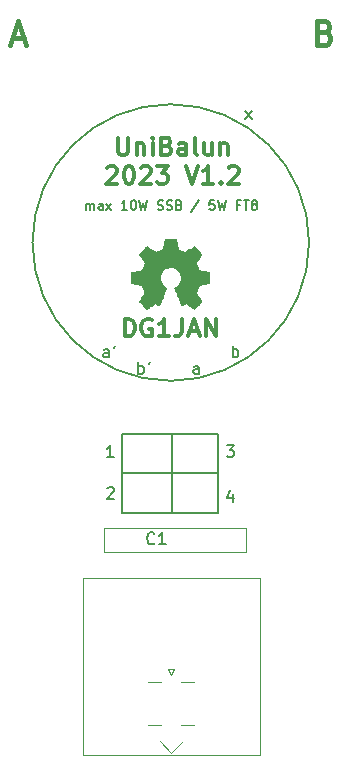
<source format=gbr>
%TF.GenerationSoftware,KiCad,Pcbnew,6.0.2+dfsg-1*%
%TF.CreationDate,2023-02-03T10:11:00+01:00*%
%TF.ProjectId,UniBalun1.2,556e6942-616c-4756-9e31-2e322e6b6963,rev?*%
%TF.SameCoordinates,Original*%
%TF.FileFunction,Legend,Top*%
%TF.FilePolarity,Positive*%
%FSLAX46Y46*%
G04 Gerber Fmt 4.6, Leading zero omitted, Abs format (unit mm)*
G04 Created by KiCad (PCBNEW 6.0.2+dfsg-1) date 2023-02-03 10:11:00*
%MOMM*%
%LPD*%
G01*
G04 APERTURE LIST*
%ADD10C,0.400000*%
%ADD11C,0.200000*%
%ADD12C,0.300000*%
%ADD13C,0.150000*%
%ADD14C,0.120000*%
%ADD15C,0.010000*%
G04 APERTURE END LIST*
D10*
X130571857Y-47736142D02*
X130857571Y-47831380D01*
X130952809Y-47926619D01*
X131048047Y-48117095D01*
X131048047Y-48402809D01*
X130952809Y-48593285D01*
X130857571Y-48688523D01*
X130667095Y-48783761D01*
X129905190Y-48783761D01*
X129905190Y-46783761D01*
X130571857Y-46783761D01*
X130762333Y-46879000D01*
X130857571Y-46974238D01*
X130952809Y-47164714D01*
X130952809Y-47355190D01*
X130857571Y-47545666D01*
X130762333Y-47640904D01*
X130571857Y-47736142D01*
X129905190Y-47736142D01*
D11*
X110380952Y-62761904D02*
X110380952Y-62228571D01*
X110380952Y-62304761D02*
X110419047Y-62266666D01*
X110495238Y-62228571D01*
X110609523Y-62228571D01*
X110685714Y-62266666D01*
X110723809Y-62342857D01*
X110723809Y-62761904D01*
X110723809Y-62342857D02*
X110761904Y-62266666D01*
X110838095Y-62228571D01*
X110952380Y-62228571D01*
X111028571Y-62266666D01*
X111066666Y-62342857D01*
X111066666Y-62761904D01*
X111790476Y-62761904D02*
X111790476Y-62342857D01*
X111752380Y-62266666D01*
X111676190Y-62228571D01*
X111523809Y-62228571D01*
X111447619Y-62266666D01*
X111790476Y-62723809D02*
X111714285Y-62761904D01*
X111523809Y-62761904D01*
X111447619Y-62723809D01*
X111409523Y-62647619D01*
X111409523Y-62571428D01*
X111447619Y-62495238D01*
X111523809Y-62457142D01*
X111714285Y-62457142D01*
X111790476Y-62419047D01*
X112095238Y-62761904D02*
X112514285Y-62228571D01*
X112095238Y-62228571D02*
X112514285Y-62761904D01*
X113847619Y-62761904D02*
X113390476Y-62761904D01*
X113619047Y-62761904D02*
X113619047Y-61961904D01*
X113542857Y-62076190D01*
X113466666Y-62152380D01*
X113390476Y-62190476D01*
X114342857Y-61961904D02*
X114419047Y-61961904D01*
X114495238Y-62000000D01*
X114533333Y-62038095D01*
X114571428Y-62114285D01*
X114609523Y-62266666D01*
X114609523Y-62457142D01*
X114571428Y-62609523D01*
X114533333Y-62685714D01*
X114495238Y-62723809D01*
X114419047Y-62761904D01*
X114342857Y-62761904D01*
X114266666Y-62723809D01*
X114228571Y-62685714D01*
X114190476Y-62609523D01*
X114152380Y-62457142D01*
X114152380Y-62266666D01*
X114190476Y-62114285D01*
X114228571Y-62038095D01*
X114266666Y-62000000D01*
X114342857Y-61961904D01*
X114876190Y-61961904D02*
X115066666Y-62761904D01*
X115219047Y-62190476D01*
X115371428Y-62761904D01*
X115561904Y-61961904D01*
X116438095Y-62723809D02*
X116552380Y-62761904D01*
X116742857Y-62761904D01*
X116819047Y-62723809D01*
X116857142Y-62685714D01*
X116895238Y-62609523D01*
X116895238Y-62533333D01*
X116857142Y-62457142D01*
X116819047Y-62419047D01*
X116742857Y-62380952D01*
X116590476Y-62342857D01*
X116514285Y-62304761D01*
X116476190Y-62266666D01*
X116438095Y-62190476D01*
X116438095Y-62114285D01*
X116476190Y-62038095D01*
X116514285Y-62000000D01*
X116590476Y-61961904D01*
X116780952Y-61961904D01*
X116895238Y-62000000D01*
X117200000Y-62723809D02*
X117314285Y-62761904D01*
X117504761Y-62761904D01*
X117580952Y-62723809D01*
X117619047Y-62685714D01*
X117657142Y-62609523D01*
X117657142Y-62533333D01*
X117619047Y-62457142D01*
X117580952Y-62419047D01*
X117504761Y-62380952D01*
X117352380Y-62342857D01*
X117276190Y-62304761D01*
X117238095Y-62266666D01*
X117200000Y-62190476D01*
X117200000Y-62114285D01*
X117238095Y-62038095D01*
X117276190Y-62000000D01*
X117352380Y-61961904D01*
X117542857Y-61961904D01*
X117657142Y-62000000D01*
X118266666Y-62342857D02*
X118380952Y-62380952D01*
X118419047Y-62419047D01*
X118457142Y-62495238D01*
X118457142Y-62609523D01*
X118419047Y-62685714D01*
X118380952Y-62723809D01*
X118304761Y-62761904D01*
X118000000Y-62761904D01*
X118000000Y-61961904D01*
X118266666Y-61961904D01*
X118342857Y-62000000D01*
X118380952Y-62038095D01*
X118419047Y-62114285D01*
X118419047Y-62190476D01*
X118380952Y-62266666D01*
X118342857Y-62304761D01*
X118266666Y-62342857D01*
X118000000Y-62342857D01*
X119980952Y-61923809D02*
X119295238Y-62952380D01*
X121238095Y-61961904D02*
X120857142Y-61961904D01*
X120819047Y-62342857D01*
X120857142Y-62304761D01*
X120933333Y-62266666D01*
X121123809Y-62266666D01*
X121200000Y-62304761D01*
X121238095Y-62342857D01*
X121276190Y-62419047D01*
X121276190Y-62609523D01*
X121238095Y-62685714D01*
X121200000Y-62723809D01*
X121123809Y-62761904D01*
X120933333Y-62761904D01*
X120857142Y-62723809D01*
X120819047Y-62685714D01*
X121542857Y-61961904D02*
X121733333Y-62761904D01*
X121885714Y-62190476D01*
X122038095Y-62761904D01*
X122228571Y-61961904D01*
X123409523Y-62342857D02*
X123142857Y-62342857D01*
X123142857Y-62761904D02*
X123142857Y-61961904D01*
X123523809Y-61961904D01*
X123714285Y-61961904D02*
X124171428Y-61961904D01*
X123942857Y-62761904D02*
X123942857Y-61961904D01*
X124552380Y-62304761D02*
X124476190Y-62266666D01*
X124438095Y-62228571D01*
X124400000Y-62152380D01*
X124400000Y-62114285D01*
X124438095Y-62038095D01*
X124476190Y-62000000D01*
X124552380Y-61961904D01*
X124704761Y-61961904D01*
X124780952Y-62000000D01*
X124819047Y-62038095D01*
X124857142Y-62114285D01*
X124857142Y-62152380D01*
X124819047Y-62228571D01*
X124780952Y-62266666D01*
X124704761Y-62304761D01*
X124552380Y-62304761D01*
X124476190Y-62342857D01*
X124438095Y-62380952D01*
X124400000Y-62457142D01*
X124400000Y-62609523D01*
X124438095Y-62685714D01*
X124476190Y-62723809D01*
X124552380Y-62761904D01*
X124704761Y-62761904D01*
X124780952Y-62723809D01*
X124819047Y-62685714D01*
X124857142Y-62609523D01*
X124857142Y-62457142D01*
X124819047Y-62380952D01*
X124780952Y-62342857D01*
X124704761Y-62304761D01*
D12*
X113086142Y-56645071D02*
X113086142Y-57859357D01*
X113157571Y-58002214D01*
X113229000Y-58073642D01*
X113371857Y-58145071D01*
X113657571Y-58145071D01*
X113800428Y-58073642D01*
X113871857Y-58002214D01*
X113943285Y-57859357D01*
X113943285Y-56645071D01*
X114657571Y-57145071D02*
X114657571Y-58145071D01*
X114657571Y-57287928D02*
X114729000Y-57216500D01*
X114871857Y-57145071D01*
X115086142Y-57145071D01*
X115229000Y-57216500D01*
X115300428Y-57359357D01*
X115300428Y-58145071D01*
X116014714Y-58145071D02*
X116014714Y-57145071D01*
X116014714Y-56645071D02*
X115943285Y-56716500D01*
X116014714Y-56787928D01*
X116086142Y-56716500D01*
X116014714Y-56645071D01*
X116014714Y-56787928D01*
X117229000Y-57359357D02*
X117443285Y-57430785D01*
X117514714Y-57502214D01*
X117586142Y-57645071D01*
X117586142Y-57859357D01*
X117514714Y-58002214D01*
X117443285Y-58073642D01*
X117300428Y-58145071D01*
X116729000Y-58145071D01*
X116729000Y-56645071D01*
X117229000Y-56645071D01*
X117371857Y-56716500D01*
X117443285Y-56787928D01*
X117514714Y-56930785D01*
X117514714Y-57073642D01*
X117443285Y-57216500D01*
X117371857Y-57287928D01*
X117229000Y-57359357D01*
X116729000Y-57359357D01*
X118871857Y-58145071D02*
X118871857Y-57359357D01*
X118800428Y-57216500D01*
X118657571Y-57145071D01*
X118371857Y-57145071D01*
X118229000Y-57216500D01*
X118871857Y-58073642D02*
X118729000Y-58145071D01*
X118371857Y-58145071D01*
X118229000Y-58073642D01*
X118157571Y-57930785D01*
X118157571Y-57787928D01*
X118229000Y-57645071D01*
X118371857Y-57573642D01*
X118729000Y-57573642D01*
X118871857Y-57502214D01*
X119800428Y-58145071D02*
X119657571Y-58073642D01*
X119586142Y-57930785D01*
X119586142Y-56645071D01*
X121014714Y-57145071D02*
X121014714Y-58145071D01*
X120371857Y-57145071D02*
X120371857Y-57930785D01*
X120443285Y-58073642D01*
X120586142Y-58145071D01*
X120800428Y-58145071D01*
X120943285Y-58073642D01*
X121014714Y-58002214D01*
X121729000Y-57145071D02*
X121729000Y-58145071D01*
X121729000Y-57287928D02*
X121800428Y-57216500D01*
X121943285Y-57145071D01*
X122157571Y-57145071D01*
X122300428Y-57216500D01*
X122371857Y-57359357D01*
X122371857Y-58145071D01*
X112157571Y-59202928D02*
X112229000Y-59131500D01*
X112371857Y-59060071D01*
X112729000Y-59060071D01*
X112871857Y-59131500D01*
X112943285Y-59202928D01*
X113014714Y-59345785D01*
X113014714Y-59488642D01*
X112943285Y-59702928D01*
X112086142Y-60560071D01*
X113014714Y-60560071D01*
X113943285Y-59060071D02*
X114086142Y-59060071D01*
X114229000Y-59131500D01*
X114300428Y-59202928D01*
X114371857Y-59345785D01*
X114443285Y-59631500D01*
X114443285Y-59988642D01*
X114371857Y-60274357D01*
X114300428Y-60417214D01*
X114229000Y-60488642D01*
X114086142Y-60560071D01*
X113943285Y-60560071D01*
X113800428Y-60488642D01*
X113729000Y-60417214D01*
X113657571Y-60274357D01*
X113586142Y-59988642D01*
X113586142Y-59631500D01*
X113657571Y-59345785D01*
X113729000Y-59202928D01*
X113800428Y-59131500D01*
X113943285Y-59060071D01*
X115014714Y-59202928D02*
X115086142Y-59131500D01*
X115229000Y-59060071D01*
X115586142Y-59060071D01*
X115729000Y-59131500D01*
X115800428Y-59202928D01*
X115871857Y-59345785D01*
X115871857Y-59488642D01*
X115800428Y-59702928D01*
X114943285Y-60560071D01*
X115871857Y-60560071D01*
X116371857Y-59060071D02*
X117300428Y-59060071D01*
X116800428Y-59631500D01*
X117014714Y-59631500D01*
X117157571Y-59702928D01*
X117229000Y-59774357D01*
X117300428Y-59917214D01*
X117300428Y-60274357D01*
X117229000Y-60417214D01*
X117157571Y-60488642D01*
X117014714Y-60560071D01*
X116586142Y-60560071D01*
X116443285Y-60488642D01*
X116371857Y-60417214D01*
X118871857Y-59060071D02*
X119371857Y-60560071D01*
X119871857Y-59060071D01*
X121157571Y-60560071D02*
X120300428Y-60560071D01*
X120729000Y-60560071D02*
X120729000Y-59060071D01*
X120586142Y-59274357D01*
X120443285Y-59417214D01*
X120300428Y-59488642D01*
X121800428Y-60417214D02*
X121871857Y-60488642D01*
X121800428Y-60560071D01*
X121729000Y-60488642D01*
X121800428Y-60417214D01*
X121800428Y-60560071D01*
X122443285Y-59202928D02*
X122514714Y-59131500D01*
X122657571Y-59060071D01*
X123014714Y-59060071D01*
X123157571Y-59131500D01*
X123229000Y-59202928D01*
X123300428Y-59345785D01*
X123300428Y-59488642D01*
X123229000Y-59702928D01*
X122371857Y-60560071D01*
X123300428Y-60560071D01*
X113642857Y-73478571D02*
X113642857Y-71978571D01*
X114000000Y-71978571D01*
X114214285Y-72050000D01*
X114357142Y-72192857D01*
X114428571Y-72335714D01*
X114500000Y-72621428D01*
X114500000Y-72835714D01*
X114428571Y-73121428D01*
X114357142Y-73264285D01*
X114214285Y-73407142D01*
X114000000Y-73478571D01*
X113642857Y-73478571D01*
X115928571Y-72050000D02*
X115785714Y-71978571D01*
X115571428Y-71978571D01*
X115357142Y-72050000D01*
X115214285Y-72192857D01*
X115142857Y-72335714D01*
X115071428Y-72621428D01*
X115071428Y-72835714D01*
X115142857Y-73121428D01*
X115214285Y-73264285D01*
X115357142Y-73407142D01*
X115571428Y-73478571D01*
X115714285Y-73478571D01*
X115928571Y-73407142D01*
X116000000Y-73335714D01*
X116000000Y-72835714D01*
X115714285Y-72835714D01*
X117428571Y-73478571D02*
X116571428Y-73478571D01*
X117000000Y-73478571D02*
X117000000Y-71978571D01*
X116857142Y-72192857D01*
X116714285Y-72335714D01*
X116571428Y-72407142D01*
X118500000Y-71978571D02*
X118500000Y-73050000D01*
X118428571Y-73264285D01*
X118285714Y-73407142D01*
X118071428Y-73478571D01*
X117928571Y-73478571D01*
X119142857Y-73050000D02*
X119857142Y-73050000D01*
X119000000Y-73478571D02*
X119500000Y-71978571D01*
X120000000Y-73478571D01*
X120500000Y-73478571D02*
X120500000Y-71978571D01*
X121357142Y-73478571D01*
X121357142Y-71978571D01*
D10*
X104171809Y-48212333D02*
X105124190Y-48212333D01*
X103981333Y-48783761D02*
X104648000Y-46783761D01*
X105314666Y-48783761D01*
D13*
%TO.C,U2*%
X123867895Y-55062380D02*
X124391704Y-54395714D01*
X123867895Y-54395714D02*
X124391704Y-55062380D01*
X112320390Y-75255380D02*
X112320390Y-74731571D01*
X112272771Y-74636333D01*
X112177533Y-74588714D01*
X111987057Y-74588714D01*
X111891819Y-74636333D01*
X112320390Y-75207761D02*
X112225152Y-75255380D01*
X111987057Y-75255380D01*
X111891819Y-75207761D01*
X111844200Y-75112523D01*
X111844200Y-75017285D01*
X111891819Y-74922047D01*
X111987057Y-74874428D01*
X112225152Y-74874428D01*
X112320390Y-74826809D01*
X112844200Y-74255380D02*
X112748961Y-74445857D01*
X119924485Y-76652380D02*
X119924485Y-76128571D01*
X119876866Y-76033333D01*
X119781628Y-75985714D01*
X119591152Y-75985714D01*
X119495914Y-76033333D01*
X119924485Y-76604761D02*
X119829247Y-76652380D01*
X119591152Y-76652380D01*
X119495914Y-76604761D01*
X119448295Y-76509523D01*
X119448295Y-76414285D01*
X119495914Y-76319047D01*
X119591152Y-76271428D01*
X119829247Y-76271428D01*
X119924485Y-76223809D01*
X114812819Y-76652380D02*
X114812819Y-75652380D01*
X114812819Y-76033333D02*
X114908057Y-75985714D01*
X115098533Y-75985714D01*
X115193771Y-76033333D01*
X115241390Y-76080952D01*
X115289009Y-76176190D01*
X115289009Y-76461904D01*
X115241390Y-76557142D01*
X115193771Y-76604761D01*
X115098533Y-76652380D01*
X114908057Y-76652380D01*
X114812819Y-76604761D01*
X115765200Y-75652380D02*
X115669961Y-75842857D01*
X122797914Y-75255380D02*
X122797914Y-74255380D01*
X122797914Y-74636333D02*
X122893152Y-74588714D01*
X123083628Y-74588714D01*
X123178866Y-74636333D01*
X123226485Y-74683952D01*
X123274104Y-74779190D01*
X123274104Y-75064904D01*
X123226485Y-75160142D01*
X123178866Y-75207761D01*
X123083628Y-75255380D01*
X122893152Y-75255380D01*
X122797914Y-75207761D01*
%TO.C,U1*%
X112731514Y-83688180D02*
X112160085Y-83688180D01*
X112445800Y-83688180D02*
X112445800Y-82688180D01*
X112350561Y-82831038D01*
X112255323Y-82926276D01*
X112160085Y-82973895D01*
X122796276Y-86831514D02*
X122796276Y-87498180D01*
X122558180Y-86450561D02*
X122320085Y-87164847D01*
X122939133Y-87164847D01*
X122272466Y-82688180D02*
X122891514Y-82688180D01*
X122558180Y-83069133D01*
X122701038Y-83069133D01*
X122796276Y-83116752D01*
X122843895Y-83164371D01*
X122891514Y-83259609D01*
X122891514Y-83497704D01*
X122843895Y-83592942D01*
X122796276Y-83640561D01*
X122701038Y-83688180D01*
X122415323Y-83688180D01*
X122320085Y-83640561D01*
X122272466Y-83592942D01*
X112160085Y-86339419D02*
X112207704Y-86291800D01*
X112302942Y-86244180D01*
X112541038Y-86244180D01*
X112636276Y-86291800D01*
X112683895Y-86339419D01*
X112731514Y-86434657D01*
X112731514Y-86529895D01*
X112683895Y-86672752D01*
X112112466Y-87244180D01*
X112731514Y-87244180D01*
%TO.C,C1*%
X116165333Y-90984342D02*
X116117714Y-91031961D01*
X115974857Y-91079580D01*
X115879619Y-91079580D01*
X115736761Y-91031961D01*
X115641523Y-90936723D01*
X115593904Y-90841485D01*
X115546285Y-90651009D01*
X115546285Y-90508152D01*
X115593904Y-90317676D01*
X115641523Y-90222438D01*
X115736761Y-90127200D01*
X115879619Y-90079580D01*
X115974857Y-90079580D01*
X116117714Y-90127200D01*
X116165333Y-90174819D01*
X117117714Y-91079580D02*
X116546285Y-91079580D01*
X116832000Y-91079580D02*
X116832000Y-90079580D01*
X116736761Y-90222438D01*
X116641523Y-90317676D01*
X116546285Y-90365295D01*
%TO.C,U2*%
X129260021Y-65532000D02*
G75*
G03*
X129260021Y-65532000I-11708821J0D01*
G01*
D14*
%TO.C,J1*%
X125102000Y-93910000D02*
X125102000Y-108910000D01*
X110102000Y-93910000D02*
X125102000Y-93910000D01*
X117602000Y-108710000D02*
X116602000Y-107710000D01*
X110102000Y-108910000D02*
X110102000Y-93910000D01*
X117602000Y-108710000D02*
X118602000Y-107710000D01*
X125102000Y-108910000D02*
X110102000Y-108910000D01*
D13*
%TO.C,U1*%
X113461800Y-85077300D02*
X121462800Y-85077300D01*
X117652800Y-81711800D02*
X117652800Y-88442800D01*
X113461800Y-81711800D02*
X121589800Y-81711800D01*
X121589800Y-81711800D02*
X121589800Y-88442800D01*
X121589800Y-88442800D02*
X113461800Y-88442800D01*
X113461800Y-88442800D02*
X113461800Y-81711800D01*
D14*
%TO.C,C1*%
X123952000Y-91770200D02*
X111861600Y-91770200D01*
X111861600Y-91770200D02*
X111861600Y-89712800D01*
X111861600Y-89712800D02*
X123952000Y-89712800D01*
X123952000Y-89712800D02*
X123952000Y-91770200D01*
%TO.C,J2*%
X115652000Y-102712600D02*
X116762000Y-102712600D01*
X118442000Y-102712600D02*
X119552000Y-102712600D01*
X118442000Y-106422600D02*
X119552000Y-106422600D01*
X115652000Y-106422600D02*
X116762000Y-106422600D01*
X117602000Y-102162600D02*
X117852000Y-101662600D01*
X117352000Y-101662600D02*
X117602000Y-102162600D01*
X117852000Y-101662600D02*
X117352000Y-101662600D01*
D15*
%TO.C,REF\u002A\u002A*%
X118055814Y-65668931D02*
X118139635Y-66113555D01*
X118139635Y-66113555D02*
X118448920Y-66241053D01*
X118448920Y-66241053D02*
X118758206Y-66368551D01*
X118758206Y-66368551D02*
X119129246Y-66116246D01*
X119129246Y-66116246D02*
X119233157Y-66045996D01*
X119233157Y-66045996D02*
X119327087Y-65983272D01*
X119327087Y-65983272D02*
X119406652Y-65930938D01*
X119406652Y-65930938D02*
X119467470Y-65891857D01*
X119467470Y-65891857D02*
X119505157Y-65868893D01*
X119505157Y-65868893D02*
X119515421Y-65863942D01*
X119515421Y-65863942D02*
X119533910Y-65876676D01*
X119533910Y-65876676D02*
X119573420Y-65911882D01*
X119573420Y-65911882D02*
X119629522Y-65965062D01*
X119629522Y-65965062D02*
X119697787Y-66031718D01*
X119697787Y-66031718D02*
X119773786Y-66107354D01*
X119773786Y-66107354D02*
X119853092Y-66187472D01*
X119853092Y-66187472D02*
X119931275Y-66267574D01*
X119931275Y-66267574D02*
X120003907Y-66343164D01*
X120003907Y-66343164D02*
X120066559Y-66409745D01*
X120066559Y-66409745D02*
X120114803Y-66462818D01*
X120114803Y-66462818D02*
X120144210Y-66497887D01*
X120144210Y-66497887D02*
X120151241Y-66509623D01*
X120151241Y-66509623D02*
X120141123Y-66531260D01*
X120141123Y-66531260D02*
X120112759Y-66578662D01*
X120112759Y-66578662D02*
X120069129Y-66647193D01*
X120069129Y-66647193D02*
X120013218Y-66732215D01*
X120013218Y-66732215D02*
X119948006Y-66829093D01*
X119948006Y-66829093D02*
X119910219Y-66884350D01*
X119910219Y-66884350D02*
X119841343Y-66985248D01*
X119841343Y-66985248D02*
X119780140Y-67076299D01*
X119780140Y-67076299D02*
X119729578Y-67152970D01*
X119729578Y-67152970D02*
X119692628Y-67210728D01*
X119692628Y-67210728D02*
X119672258Y-67245043D01*
X119672258Y-67245043D02*
X119669197Y-67252254D01*
X119669197Y-67252254D02*
X119676136Y-67272748D01*
X119676136Y-67272748D02*
X119695051Y-67320513D01*
X119695051Y-67320513D02*
X119723087Y-67388832D01*
X119723087Y-67388832D02*
X119757391Y-67470989D01*
X119757391Y-67470989D02*
X119795109Y-67560270D01*
X119795109Y-67560270D02*
X119833387Y-67649958D01*
X119833387Y-67649958D02*
X119869370Y-67733338D01*
X119869370Y-67733338D02*
X119900206Y-67803694D01*
X119900206Y-67803694D02*
X119923039Y-67854310D01*
X119923039Y-67854310D02*
X119935017Y-67878471D01*
X119935017Y-67878471D02*
X119935724Y-67879422D01*
X119935724Y-67879422D02*
X119954531Y-67884036D01*
X119954531Y-67884036D02*
X120004618Y-67894328D01*
X120004618Y-67894328D02*
X120080793Y-67909287D01*
X120080793Y-67909287D02*
X120177865Y-67927901D01*
X120177865Y-67927901D02*
X120290643Y-67949159D01*
X120290643Y-67949159D02*
X120356442Y-67961418D01*
X120356442Y-67961418D02*
X120476950Y-67984362D01*
X120476950Y-67984362D02*
X120585797Y-68006195D01*
X120585797Y-68006195D02*
X120677476Y-68025722D01*
X120677476Y-68025722D02*
X120746481Y-68041748D01*
X120746481Y-68041748D02*
X120787304Y-68053079D01*
X120787304Y-68053079D02*
X120795511Y-68056674D01*
X120795511Y-68056674D02*
X120803548Y-68081006D01*
X120803548Y-68081006D02*
X120810033Y-68135959D01*
X120810033Y-68135959D02*
X120814970Y-68215108D01*
X120814970Y-68215108D02*
X120818364Y-68312026D01*
X120818364Y-68312026D02*
X120820218Y-68420287D01*
X120820218Y-68420287D02*
X120820538Y-68533465D01*
X120820538Y-68533465D02*
X120819327Y-68645135D01*
X120819327Y-68645135D02*
X120816590Y-68748868D01*
X120816590Y-68748868D02*
X120812331Y-68838241D01*
X120812331Y-68838241D02*
X120806555Y-68906826D01*
X120806555Y-68906826D02*
X120799267Y-68948197D01*
X120799267Y-68948197D02*
X120794895Y-68956810D01*
X120794895Y-68956810D02*
X120768764Y-68967133D01*
X120768764Y-68967133D02*
X120713393Y-68981892D01*
X120713393Y-68981892D02*
X120636107Y-68999352D01*
X120636107Y-68999352D02*
X120544230Y-69017780D01*
X120544230Y-69017780D02*
X120512158Y-69023741D01*
X120512158Y-69023741D02*
X120357524Y-69052066D01*
X120357524Y-69052066D02*
X120235375Y-69074876D01*
X120235375Y-69074876D02*
X120141673Y-69093080D01*
X120141673Y-69093080D02*
X120072384Y-69107583D01*
X120072384Y-69107583D02*
X120023471Y-69119292D01*
X120023471Y-69119292D02*
X119990897Y-69129115D01*
X119990897Y-69129115D02*
X119970628Y-69137956D01*
X119970628Y-69137956D02*
X119958626Y-69146724D01*
X119958626Y-69146724D02*
X119956947Y-69148457D01*
X119956947Y-69148457D02*
X119940184Y-69176371D01*
X119940184Y-69176371D02*
X119914614Y-69230695D01*
X119914614Y-69230695D02*
X119882788Y-69304777D01*
X119882788Y-69304777D02*
X119847260Y-69391965D01*
X119847260Y-69391965D02*
X119810583Y-69485608D01*
X119810583Y-69485608D02*
X119775311Y-69579052D01*
X119775311Y-69579052D02*
X119743996Y-69665647D01*
X119743996Y-69665647D02*
X119719193Y-69738740D01*
X119719193Y-69738740D02*
X119703454Y-69791678D01*
X119703454Y-69791678D02*
X119699332Y-69817811D01*
X119699332Y-69817811D02*
X119699676Y-69818726D01*
X119699676Y-69818726D02*
X119713641Y-69840086D01*
X119713641Y-69840086D02*
X119745322Y-69887084D01*
X119745322Y-69887084D02*
X119791391Y-69954827D01*
X119791391Y-69954827D02*
X119848518Y-70038423D01*
X119848518Y-70038423D02*
X119913373Y-70132982D01*
X119913373Y-70132982D02*
X119931843Y-70159854D01*
X119931843Y-70159854D02*
X119997699Y-70257275D01*
X119997699Y-70257275D02*
X120055650Y-70346163D01*
X120055650Y-70346163D02*
X120102538Y-70421412D01*
X120102538Y-70421412D02*
X120135207Y-70477920D01*
X120135207Y-70477920D02*
X120150500Y-70510581D01*
X120150500Y-70510581D02*
X120151241Y-70514593D01*
X120151241Y-70514593D02*
X120138392Y-70535684D01*
X120138392Y-70535684D02*
X120102888Y-70577464D01*
X120102888Y-70577464D02*
X120049293Y-70635445D01*
X120049293Y-70635445D02*
X119982171Y-70705135D01*
X119982171Y-70705135D02*
X119906087Y-70782045D01*
X119906087Y-70782045D02*
X119825604Y-70861683D01*
X119825604Y-70861683D02*
X119745287Y-70939561D01*
X119745287Y-70939561D02*
X119669699Y-71011186D01*
X119669699Y-71011186D02*
X119603405Y-71072070D01*
X119603405Y-71072070D02*
X119550969Y-71117721D01*
X119550969Y-71117721D02*
X119516955Y-71143650D01*
X119516955Y-71143650D02*
X119507545Y-71147883D01*
X119507545Y-71147883D02*
X119485643Y-71137912D01*
X119485643Y-71137912D02*
X119440800Y-71111020D01*
X119440800Y-71111020D02*
X119380321Y-71071736D01*
X119380321Y-71071736D02*
X119333789Y-71040117D01*
X119333789Y-71040117D02*
X119249475Y-70982098D01*
X119249475Y-70982098D02*
X119149626Y-70913784D01*
X119149626Y-70913784D02*
X119049473Y-70845579D01*
X119049473Y-70845579D02*
X118995627Y-70809075D01*
X118995627Y-70809075D02*
X118813371Y-70685800D01*
X118813371Y-70685800D02*
X118660381Y-70768520D01*
X118660381Y-70768520D02*
X118590682Y-70804759D01*
X118590682Y-70804759D02*
X118531414Y-70832926D01*
X118531414Y-70832926D02*
X118491311Y-70848991D01*
X118491311Y-70848991D02*
X118481103Y-70851226D01*
X118481103Y-70851226D02*
X118468829Y-70834722D01*
X118468829Y-70834722D02*
X118444613Y-70788082D01*
X118444613Y-70788082D02*
X118410263Y-70715609D01*
X118410263Y-70715609D02*
X118367588Y-70621606D01*
X118367588Y-70621606D02*
X118318394Y-70510374D01*
X118318394Y-70510374D02*
X118264490Y-70386215D01*
X118264490Y-70386215D02*
X118207684Y-70253432D01*
X118207684Y-70253432D02*
X118149782Y-70116327D01*
X118149782Y-70116327D02*
X118092593Y-69979202D01*
X118092593Y-69979202D02*
X118037924Y-69846358D01*
X118037924Y-69846358D02*
X117987584Y-69722098D01*
X117987584Y-69722098D02*
X117943380Y-69610725D01*
X117943380Y-69610725D02*
X117907119Y-69516539D01*
X117907119Y-69516539D02*
X117880609Y-69443844D01*
X117880609Y-69443844D02*
X117865658Y-69396941D01*
X117865658Y-69396941D02*
X117863254Y-69380833D01*
X117863254Y-69380833D02*
X117882311Y-69360286D01*
X117882311Y-69360286D02*
X117924036Y-69326933D01*
X117924036Y-69326933D02*
X117979706Y-69287702D01*
X117979706Y-69287702D02*
X117984378Y-69284599D01*
X117984378Y-69284599D02*
X118128264Y-69169423D01*
X118128264Y-69169423D02*
X118244283Y-69035053D01*
X118244283Y-69035053D02*
X118331430Y-68885784D01*
X118331430Y-68885784D02*
X118388699Y-68725913D01*
X118388699Y-68725913D02*
X118415086Y-68559737D01*
X118415086Y-68559737D02*
X118409585Y-68391552D01*
X118409585Y-68391552D02*
X118371190Y-68225655D01*
X118371190Y-68225655D02*
X118298895Y-68066342D01*
X118298895Y-68066342D02*
X118277626Y-68031487D01*
X118277626Y-68031487D02*
X118166996Y-67890737D01*
X118166996Y-67890737D02*
X118036302Y-67777714D01*
X118036302Y-67777714D02*
X117890064Y-67693003D01*
X117890064Y-67693003D02*
X117732808Y-67637194D01*
X117732808Y-67637194D02*
X117569057Y-67610874D01*
X117569057Y-67610874D02*
X117403333Y-67614630D01*
X117403333Y-67614630D02*
X117240162Y-67649050D01*
X117240162Y-67649050D02*
X117084065Y-67714723D01*
X117084065Y-67714723D02*
X116939567Y-67812235D01*
X116939567Y-67812235D02*
X116894869Y-67851813D01*
X116894869Y-67851813D02*
X116781112Y-67975703D01*
X116781112Y-67975703D02*
X116698218Y-68106124D01*
X116698218Y-68106124D02*
X116641356Y-68252315D01*
X116641356Y-68252315D02*
X116609687Y-68397088D01*
X116609687Y-68397088D02*
X116601869Y-68559860D01*
X116601869Y-68559860D02*
X116627938Y-68723440D01*
X116627938Y-68723440D02*
X116685245Y-68882298D01*
X116685245Y-68882298D02*
X116771144Y-69030906D01*
X116771144Y-69030906D02*
X116882986Y-69163735D01*
X116882986Y-69163735D02*
X117018123Y-69275256D01*
X117018123Y-69275256D02*
X117035883Y-69287011D01*
X117035883Y-69287011D02*
X117092150Y-69325508D01*
X117092150Y-69325508D02*
X117134923Y-69358863D01*
X117134923Y-69358863D02*
X117155372Y-69380160D01*
X117155372Y-69380160D02*
X117155669Y-69380833D01*
X117155669Y-69380833D02*
X117151279Y-69403871D01*
X117151279Y-69403871D02*
X117133876Y-69456157D01*
X117133876Y-69456157D02*
X117105268Y-69533390D01*
X117105268Y-69533390D02*
X117067265Y-69631268D01*
X117067265Y-69631268D02*
X117021674Y-69745491D01*
X117021674Y-69745491D02*
X116970303Y-69871758D01*
X116970303Y-69871758D02*
X116914962Y-70005767D01*
X116914962Y-70005767D02*
X116857458Y-70143218D01*
X116857458Y-70143218D02*
X116799601Y-70279808D01*
X116799601Y-70279808D02*
X116743198Y-70411237D01*
X116743198Y-70411237D02*
X116690058Y-70533205D01*
X116690058Y-70533205D02*
X116641990Y-70641409D01*
X116641990Y-70641409D02*
X116600801Y-70731549D01*
X116600801Y-70731549D02*
X116568301Y-70799323D01*
X116568301Y-70799323D02*
X116546297Y-70840430D01*
X116546297Y-70840430D02*
X116537436Y-70851226D01*
X116537436Y-70851226D02*
X116510360Y-70842819D01*
X116510360Y-70842819D02*
X116459697Y-70820272D01*
X116459697Y-70820272D02*
X116394183Y-70787613D01*
X116394183Y-70787613D02*
X116358159Y-70768520D01*
X116358159Y-70768520D02*
X116205168Y-70685800D01*
X116205168Y-70685800D02*
X116022912Y-70809075D01*
X116022912Y-70809075D02*
X115929875Y-70872228D01*
X115929875Y-70872228D02*
X115828015Y-70941727D01*
X115828015Y-70941727D02*
X115732562Y-71007165D01*
X115732562Y-71007165D02*
X115684750Y-71040117D01*
X115684750Y-71040117D02*
X115617505Y-71085273D01*
X115617505Y-71085273D02*
X115560564Y-71121057D01*
X115560564Y-71121057D02*
X115521354Y-71142938D01*
X115521354Y-71142938D02*
X115508619Y-71147563D01*
X115508619Y-71147563D02*
X115490083Y-71135085D01*
X115490083Y-71135085D02*
X115449059Y-71100252D01*
X115449059Y-71100252D02*
X115389525Y-71046678D01*
X115389525Y-71046678D02*
X115315458Y-70977983D01*
X115315458Y-70977983D02*
X115230835Y-70897781D01*
X115230835Y-70897781D02*
X115177315Y-70846286D01*
X115177315Y-70846286D02*
X115083681Y-70754286D01*
X115083681Y-70754286D02*
X115002759Y-70671999D01*
X115002759Y-70671999D02*
X114937823Y-70602945D01*
X114937823Y-70602945D02*
X114892142Y-70550644D01*
X114892142Y-70550644D02*
X114868989Y-70518616D01*
X114868989Y-70518616D02*
X114866768Y-70512116D01*
X114866768Y-70512116D02*
X114877076Y-70487394D01*
X114877076Y-70487394D02*
X114905561Y-70437405D01*
X114905561Y-70437405D02*
X114949063Y-70367212D01*
X114949063Y-70367212D02*
X115004423Y-70281875D01*
X115004423Y-70281875D02*
X115068480Y-70186456D01*
X115068480Y-70186456D02*
X115086697Y-70159854D01*
X115086697Y-70159854D02*
X115153073Y-70063167D01*
X115153073Y-70063167D02*
X115212622Y-69976117D01*
X115212622Y-69976117D02*
X115262016Y-69903595D01*
X115262016Y-69903595D02*
X115297925Y-69850493D01*
X115297925Y-69850493D02*
X115317019Y-69821703D01*
X115317019Y-69821703D02*
X115318864Y-69818726D01*
X115318864Y-69818726D02*
X115316105Y-69795782D01*
X115316105Y-69795782D02*
X115301462Y-69745336D01*
X115301462Y-69745336D02*
X115277487Y-69674041D01*
X115277487Y-69674041D02*
X115246734Y-69588547D01*
X115246734Y-69588547D02*
X115211756Y-69495507D01*
X115211756Y-69495507D02*
X115175107Y-69401574D01*
X115175107Y-69401574D02*
X115139339Y-69313399D01*
X115139339Y-69313399D02*
X115107006Y-69237634D01*
X115107006Y-69237634D02*
X115080662Y-69180931D01*
X115080662Y-69180931D02*
X115062858Y-69149943D01*
X115062858Y-69149943D02*
X115061593Y-69148457D01*
X115061593Y-69148457D02*
X115050706Y-69139601D01*
X115050706Y-69139601D02*
X115032318Y-69130843D01*
X115032318Y-69130843D02*
X115002394Y-69121277D01*
X115002394Y-69121277D02*
X114956897Y-69109996D01*
X114956897Y-69109996D02*
X114891791Y-69096093D01*
X114891791Y-69096093D02*
X114803039Y-69078663D01*
X114803039Y-69078663D02*
X114686607Y-69056798D01*
X114686607Y-69056798D02*
X114538458Y-69029591D01*
X114538458Y-69029591D02*
X114506382Y-69023741D01*
X114506382Y-69023741D02*
X114411314Y-69005374D01*
X114411314Y-69005374D02*
X114328435Y-68987405D01*
X114328435Y-68987405D02*
X114265070Y-68971569D01*
X114265070Y-68971569D02*
X114228542Y-68959600D01*
X114228542Y-68959600D02*
X114223644Y-68956810D01*
X114223644Y-68956810D02*
X114215573Y-68932072D01*
X114215573Y-68932072D02*
X114209013Y-68876790D01*
X114209013Y-68876790D02*
X114203967Y-68797389D01*
X114203967Y-68797389D02*
X114200441Y-68700296D01*
X114200441Y-68700296D02*
X114198439Y-68591938D01*
X114198439Y-68591938D02*
X114197964Y-68478740D01*
X114197964Y-68478740D02*
X114199023Y-68367128D01*
X114199023Y-68367128D02*
X114201618Y-68263529D01*
X114201618Y-68263529D02*
X114205754Y-68174368D01*
X114205754Y-68174368D02*
X114211437Y-68106072D01*
X114211437Y-68106072D02*
X114218669Y-68065066D01*
X114218669Y-68065066D02*
X114223029Y-68056674D01*
X114223029Y-68056674D02*
X114247302Y-68048208D01*
X114247302Y-68048208D02*
X114302574Y-68034435D01*
X114302574Y-68034435D02*
X114383338Y-68016550D01*
X114383338Y-68016550D02*
X114484088Y-67995748D01*
X114484088Y-67995748D02*
X114599317Y-67973223D01*
X114599317Y-67973223D02*
X114662098Y-67961418D01*
X114662098Y-67961418D02*
X114781213Y-67939151D01*
X114781213Y-67939151D02*
X114887435Y-67918979D01*
X114887435Y-67918979D02*
X114975573Y-67901915D01*
X114975573Y-67901915D02*
X115040434Y-67888969D01*
X115040434Y-67888969D02*
X115076826Y-67881155D01*
X115076826Y-67881155D02*
X115082816Y-67879422D01*
X115082816Y-67879422D02*
X115092939Y-67859890D01*
X115092939Y-67859890D02*
X115114338Y-67812843D01*
X115114338Y-67812843D02*
X115144161Y-67745003D01*
X115144161Y-67745003D02*
X115179555Y-67663091D01*
X115179555Y-67663091D02*
X115217668Y-67573828D01*
X115217668Y-67573828D02*
X115255647Y-67483935D01*
X115255647Y-67483935D02*
X115290640Y-67400135D01*
X115290640Y-67400135D02*
X115319794Y-67329147D01*
X115319794Y-67329147D02*
X115340257Y-67277694D01*
X115340257Y-67277694D02*
X115349177Y-67252497D01*
X115349177Y-67252497D02*
X115349343Y-67251396D01*
X115349343Y-67251396D02*
X115339231Y-67231519D01*
X115339231Y-67231519D02*
X115310883Y-67185777D01*
X115310883Y-67185777D02*
X115267277Y-67118717D01*
X115267277Y-67118717D02*
X115211394Y-67034884D01*
X115211394Y-67034884D02*
X115146213Y-66938826D01*
X115146213Y-66938826D02*
X115108321Y-66883650D01*
X115108321Y-66883650D02*
X115039275Y-66782481D01*
X115039275Y-66782481D02*
X114977950Y-66690630D01*
X114977950Y-66690630D02*
X114927337Y-66612744D01*
X114927337Y-66612744D02*
X114890429Y-66553469D01*
X114890429Y-66553469D02*
X114870218Y-66517451D01*
X114870218Y-66517451D02*
X114867299Y-66509377D01*
X114867299Y-66509377D02*
X114879847Y-66490584D01*
X114879847Y-66490584D02*
X114914537Y-66450457D01*
X114914537Y-66450457D02*
X114966937Y-66393493D01*
X114966937Y-66393493D02*
X115032616Y-66324185D01*
X115032616Y-66324185D02*
X115107144Y-66247031D01*
X115107144Y-66247031D02*
X115186087Y-66166525D01*
X115186087Y-66166525D02*
X115265017Y-66087163D01*
X115265017Y-66087163D02*
X115339500Y-66013440D01*
X115339500Y-66013440D02*
X115405106Y-65949852D01*
X115405106Y-65949852D02*
X115457404Y-65900894D01*
X115457404Y-65900894D02*
X115491961Y-65871061D01*
X115491961Y-65871061D02*
X115503522Y-65863942D01*
X115503522Y-65863942D02*
X115522346Y-65873953D01*
X115522346Y-65873953D02*
X115567369Y-65902078D01*
X115567369Y-65902078D02*
X115634213Y-65945454D01*
X115634213Y-65945454D02*
X115718501Y-66001218D01*
X115718501Y-66001218D02*
X115815856Y-66066506D01*
X115815856Y-66066506D02*
X115889293Y-66116246D01*
X115889293Y-66116246D02*
X116260333Y-66368551D01*
X116260333Y-66368551D02*
X116878905Y-66113555D01*
X116878905Y-66113555D02*
X116962725Y-65668931D01*
X116962725Y-65668931D02*
X117046546Y-65224307D01*
X117046546Y-65224307D02*
X117971994Y-65224307D01*
X117971994Y-65224307D02*
X118055814Y-65668931D01*
X118055814Y-65668931D02*
X118055814Y-65668931D01*
G36*
X118055814Y-65668931D02*
G01*
X118139635Y-66113555D01*
X118448920Y-66241053D01*
X118758206Y-66368551D01*
X119129246Y-66116246D01*
X119233157Y-66045996D01*
X119327087Y-65983272D01*
X119406652Y-65930938D01*
X119467470Y-65891857D01*
X119505157Y-65868893D01*
X119515421Y-65863942D01*
X119533910Y-65876676D01*
X119573420Y-65911882D01*
X119629522Y-65965062D01*
X119697787Y-66031718D01*
X119773786Y-66107354D01*
X119853092Y-66187472D01*
X119931275Y-66267574D01*
X120003907Y-66343164D01*
X120066559Y-66409745D01*
X120114803Y-66462818D01*
X120144210Y-66497887D01*
X120151241Y-66509623D01*
X120141123Y-66531260D01*
X120112759Y-66578662D01*
X120069129Y-66647193D01*
X120013218Y-66732215D01*
X119948006Y-66829093D01*
X119910219Y-66884350D01*
X119841343Y-66985248D01*
X119780140Y-67076299D01*
X119729578Y-67152970D01*
X119692628Y-67210728D01*
X119672258Y-67245043D01*
X119669197Y-67252254D01*
X119676136Y-67272748D01*
X119695051Y-67320513D01*
X119723087Y-67388832D01*
X119757391Y-67470989D01*
X119795109Y-67560270D01*
X119833387Y-67649958D01*
X119869370Y-67733338D01*
X119900206Y-67803694D01*
X119923039Y-67854310D01*
X119935017Y-67878471D01*
X119935724Y-67879422D01*
X119954531Y-67884036D01*
X120004618Y-67894328D01*
X120080793Y-67909287D01*
X120177865Y-67927901D01*
X120290643Y-67949159D01*
X120356442Y-67961418D01*
X120476950Y-67984362D01*
X120585797Y-68006195D01*
X120677476Y-68025722D01*
X120746481Y-68041748D01*
X120787304Y-68053079D01*
X120795511Y-68056674D01*
X120803548Y-68081006D01*
X120810033Y-68135959D01*
X120814970Y-68215108D01*
X120818364Y-68312026D01*
X120820218Y-68420287D01*
X120820538Y-68533465D01*
X120819327Y-68645135D01*
X120816590Y-68748868D01*
X120812331Y-68838241D01*
X120806555Y-68906826D01*
X120799267Y-68948197D01*
X120794895Y-68956810D01*
X120768764Y-68967133D01*
X120713393Y-68981892D01*
X120636107Y-68999352D01*
X120544230Y-69017780D01*
X120512158Y-69023741D01*
X120357524Y-69052066D01*
X120235375Y-69074876D01*
X120141673Y-69093080D01*
X120072384Y-69107583D01*
X120023471Y-69119292D01*
X119990897Y-69129115D01*
X119970628Y-69137956D01*
X119958626Y-69146724D01*
X119956947Y-69148457D01*
X119940184Y-69176371D01*
X119914614Y-69230695D01*
X119882788Y-69304777D01*
X119847260Y-69391965D01*
X119810583Y-69485608D01*
X119775311Y-69579052D01*
X119743996Y-69665647D01*
X119719193Y-69738740D01*
X119703454Y-69791678D01*
X119699332Y-69817811D01*
X119699676Y-69818726D01*
X119713641Y-69840086D01*
X119745322Y-69887084D01*
X119791391Y-69954827D01*
X119848518Y-70038423D01*
X119913373Y-70132982D01*
X119931843Y-70159854D01*
X119997699Y-70257275D01*
X120055650Y-70346163D01*
X120102538Y-70421412D01*
X120135207Y-70477920D01*
X120150500Y-70510581D01*
X120151241Y-70514593D01*
X120138392Y-70535684D01*
X120102888Y-70577464D01*
X120049293Y-70635445D01*
X119982171Y-70705135D01*
X119906087Y-70782045D01*
X119825604Y-70861683D01*
X119745287Y-70939561D01*
X119669699Y-71011186D01*
X119603405Y-71072070D01*
X119550969Y-71117721D01*
X119516955Y-71143650D01*
X119507545Y-71147883D01*
X119485643Y-71137912D01*
X119440800Y-71111020D01*
X119380321Y-71071736D01*
X119333789Y-71040117D01*
X119249475Y-70982098D01*
X119149626Y-70913784D01*
X119049473Y-70845579D01*
X118995627Y-70809075D01*
X118813371Y-70685800D01*
X118660381Y-70768520D01*
X118590682Y-70804759D01*
X118531414Y-70832926D01*
X118491311Y-70848991D01*
X118481103Y-70851226D01*
X118468829Y-70834722D01*
X118444613Y-70788082D01*
X118410263Y-70715609D01*
X118367588Y-70621606D01*
X118318394Y-70510374D01*
X118264490Y-70386215D01*
X118207684Y-70253432D01*
X118149782Y-70116327D01*
X118092593Y-69979202D01*
X118037924Y-69846358D01*
X117987584Y-69722098D01*
X117943380Y-69610725D01*
X117907119Y-69516539D01*
X117880609Y-69443844D01*
X117865658Y-69396941D01*
X117863254Y-69380833D01*
X117882311Y-69360286D01*
X117924036Y-69326933D01*
X117979706Y-69287702D01*
X117984378Y-69284599D01*
X118128264Y-69169423D01*
X118244283Y-69035053D01*
X118331430Y-68885784D01*
X118388699Y-68725913D01*
X118415086Y-68559737D01*
X118409585Y-68391552D01*
X118371190Y-68225655D01*
X118298895Y-68066342D01*
X118277626Y-68031487D01*
X118166996Y-67890737D01*
X118036302Y-67777714D01*
X117890064Y-67693003D01*
X117732808Y-67637194D01*
X117569057Y-67610874D01*
X117403333Y-67614630D01*
X117240162Y-67649050D01*
X117084065Y-67714723D01*
X116939567Y-67812235D01*
X116894869Y-67851813D01*
X116781112Y-67975703D01*
X116698218Y-68106124D01*
X116641356Y-68252315D01*
X116609687Y-68397088D01*
X116601869Y-68559860D01*
X116627938Y-68723440D01*
X116685245Y-68882298D01*
X116771144Y-69030906D01*
X116882986Y-69163735D01*
X117018123Y-69275256D01*
X117035883Y-69287011D01*
X117092150Y-69325508D01*
X117134923Y-69358863D01*
X117155372Y-69380160D01*
X117155669Y-69380833D01*
X117151279Y-69403871D01*
X117133876Y-69456157D01*
X117105268Y-69533390D01*
X117067265Y-69631268D01*
X117021674Y-69745491D01*
X116970303Y-69871758D01*
X116914962Y-70005767D01*
X116857458Y-70143218D01*
X116799601Y-70279808D01*
X116743198Y-70411237D01*
X116690058Y-70533205D01*
X116641990Y-70641409D01*
X116600801Y-70731549D01*
X116568301Y-70799323D01*
X116546297Y-70840430D01*
X116537436Y-70851226D01*
X116510360Y-70842819D01*
X116459697Y-70820272D01*
X116394183Y-70787613D01*
X116358159Y-70768520D01*
X116205168Y-70685800D01*
X116022912Y-70809075D01*
X115929875Y-70872228D01*
X115828015Y-70941727D01*
X115732562Y-71007165D01*
X115684750Y-71040117D01*
X115617505Y-71085273D01*
X115560564Y-71121057D01*
X115521354Y-71142938D01*
X115508619Y-71147563D01*
X115490083Y-71135085D01*
X115449059Y-71100252D01*
X115389525Y-71046678D01*
X115315458Y-70977983D01*
X115230835Y-70897781D01*
X115177315Y-70846286D01*
X115083681Y-70754286D01*
X115002759Y-70671999D01*
X114937823Y-70602945D01*
X114892142Y-70550644D01*
X114868989Y-70518616D01*
X114866768Y-70512116D01*
X114877076Y-70487394D01*
X114905561Y-70437405D01*
X114949063Y-70367212D01*
X115004423Y-70281875D01*
X115068480Y-70186456D01*
X115086697Y-70159854D01*
X115153073Y-70063167D01*
X115212622Y-69976117D01*
X115262016Y-69903595D01*
X115297925Y-69850493D01*
X115317019Y-69821703D01*
X115318864Y-69818726D01*
X115316105Y-69795782D01*
X115301462Y-69745336D01*
X115277487Y-69674041D01*
X115246734Y-69588547D01*
X115211756Y-69495507D01*
X115175107Y-69401574D01*
X115139339Y-69313399D01*
X115107006Y-69237634D01*
X115080662Y-69180931D01*
X115062858Y-69149943D01*
X115061593Y-69148457D01*
X115050706Y-69139601D01*
X115032318Y-69130843D01*
X115002394Y-69121277D01*
X114956897Y-69109996D01*
X114891791Y-69096093D01*
X114803039Y-69078663D01*
X114686607Y-69056798D01*
X114538458Y-69029591D01*
X114506382Y-69023741D01*
X114411314Y-69005374D01*
X114328435Y-68987405D01*
X114265070Y-68971569D01*
X114228542Y-68959600D01*
X114223644Y-68956810D01*
X114215573Y-68932072D01*
X114209013Y-68876790D01*
X114203967Y-68797389D01*
X114200441Y-68700296D01*
X114198439Y-68591938D01*
X114197964Y-68478740D01*
X114199023Y-68367128D01*
X114201618Y-68263529D01*
X114205754Y-68174368D01*
X114211437Y-68106072D01*
X114218669Y-68065066D01*
X114223029Y-68056674D01*
X114247302Y-68048208D01*
X114302574Y-68034435D01*
X114383338Y-68016550D01*
X114484088Y-67995748D01*
X114599317Y-67973223D01*
X114662098Y-67961418D01*
X114781213Y-67939151D01*
X114887435Y-67918979D01*
X114975573Y-67901915D01*
X115040434Y-67888969D01*
X115076826Y-67881155D01*
X115082816Y-67879422D01*
X115092939Y-67859890D01*
X115114338Y-67812843D01*
X115144161Y-67745003D01*
X115179555Y-67663091D01*
X115217668Y-67573828D01*
X115255647Y-67483935D01*
X115290640Y-67400135D01*
X115319794Y-67329147D01*
X115340257Y-67277694D01*
X115349177Y-67252497D01*
X115349343Y-67251396D01*
X115339231Y-67231519D01*
X115310883Y-67185777D01*
X115267277Y-67118717D01*
X115211394Y-67034884D01*
X115146213Y-66938826D01*
X115108321Y-66883650D01*
X115039275Y-66782481D01*
X114977950Y-66690630D01*
X114927337Y-66612744D01*
X114890429Y-66553469D01*
X114870218Y-66517451D01*
X114867299Y-66509377D01*
X114879847Y-66490584D01*
X114914537Y-66450457D01*
X114966937Y-66393493D01*
X115032616Y-66324185D01*
X115107144Y-66247031D01*
X115186087Y-66166525D01*
X115265017Y-66087163D01*
X115339500Y-66013440D01*
X115405106Y-65949852D01*
X115457404Y-65900894D01*
X115491961Y-65871061D01*
X115503522Y-65863942D01*
X115522346Y-65873953D01*
X115567369Y-65902078D01*
X115634213Y-65945454D01*
X115718501Y-66001218D01*
X115815856Y-66066506D01*
X115889293Y-66116246D01*
X116260333Y-66368551D01*
X116878905Y-66113555D01*
X116962725Y-65668931D01*
X117046546Y-65224307D01*
X117971994Y-65224307D01*
X118055814Y-65668931D01*
G37*
X118055814Y-65668931D02*
X118139635Y-66113555D01*
X118448920Y-66241053D01*
X118758206Y-66368551D01*
X119129246Y-66116246D01*
X119233157Y-66045996D01*
X119327087Y-65983272D01*
X119406652Y-65930938D01*
X119467470Y-65891857D01*
X119505157Y-65868893D01*
X119515421Y-65863942D01*
X119533910Y-65876676D01*
X119573420Y-65911882D01*
X119629522Y-65965062D01*
X119697787Y-66031718D01*
X119773786Y-66107354D01*
X119853092Y-66187472D01*
X119931275Y-66267574D01*
X120003907Y-66343164D01*
X120066559Y-66409745D01*
X120114803Y-66462818D01*
X120144210Y-66497887D01*
X120151241Y-66509623D01*
X120141123Y-66531260D01*
X120112759Y-66578662D01*
X120069129Y-66647193D01*
X120013218Y-66732215D01*
X119948006Y-66829093D01*
X119910219Y-66884350D01*
X119841343Y-66985248D01*
X119780140Y-67076299D01*
X119729578Y-67152970D01*
X119692628Y-67210728D01*
X119672258Y-67245043D01*
X119669197Y-67252254D01*
X119676136Y-67272748D01*
X119695051Y-67320513D01*
X119723087Y-67388832D01*
X119757391Y-67470989D01*
X119795109Y-67560270D01*
X119833387Y-67649958D01*
X119869370Y-67733338D01*
X119900206Y-67803694D01*
X119923039Y-67854310D01*
X119935017Y-67878471D01*
X119935724Y-67879422D01*
X119954531Y-67884036D01*
X120004618Y-67894328D01*
X120080793Y-67909287D01*
X120177865Y-67927901D01*
X120290643Y-67949159D01*
X120356442Y-67961418D01*
X120476950Y-67984362D01*
X120585797Y-68006195D01*
X120677476Y-68025722D01*
X120746481Y-68041748D01*
X120787304Y-68053079D01*
X120795511Y-68056674D01*
X120803548Y-68081006D01*
X120810033Y-68135959D01*
X120814970Y-68215108D01*
X120818364Y-68312026D01*
X120820218Y-68420287D01*
X120820538Y-68533465D01*
X120819327Y-68645135D01*
X120816590Y-68748868D01*
X120812331Y-68838241D01*
X120806555Y-68906826D01*
X120799267Y-68948197D01*
X120794895Y-68956810D01*
X120768764Y-68967133D01*
X120713393Y-68981892D01*
X120636107Y-68999352D01*
X120544230Y-69017780D01*
X120512158Y-69023741D01*
X120357524Y-69052066D01*
X120235375Y-69074876D01*
X120141673Y-69093080D01*
X120072384Y-69107583D01*
X120023471Y-69119292D01*
X119990897Y-69129115D01*
X119970628Y-69137956D01*
X119958626Y-69146724D01*
X119956947Y-69148457D01*
X119940184Y-69176371D01*
X119914614Y-69230695D01*
X119882788Y-69304777D01*
X119847260Y-69391965D01*
X119810583Y-69485608D01*
X119775311Y-69579052D01*
X119743996Y-69665647D01*
X119719193Y-69738740D01*
X119703454Y-69791678D01*
X119699332Y-69817811D01*
X119699676Y-69818726D01*
X119713641Y-69840086D01*
X119745322Y-69887084D01*
X119791391Y-69954827D01*
X119848518Y-70038423D01*
X119913373Y-70132982D01*
X119931843Y-70159854D01*
X119997699Y-70257275D01*
X120055650Y-70346163D01*
X120102538Y-70421412D01*
X120135207Y-70477920D01*
X120150500Y-70510581D01*
X120151241Y-70514593D01*
X120138392Y-70535684D01*
X120102888Y-70577464D01*
X120049293Y-70635445D01*
X119982171Y-70705135D01*
X119906087Y-70782045D01*
X119825604Y-70861683D01*
X119745287Y-70939561D01*
X119669699Y-71011186D01*
X119603405Y-71072070D01*
X119550969Y-71117721D01*
X119516955Y-71143650D01*
X119507545Y-71147883D01*
X119485643Y-71137912D01*
X119440800Y-71111020D01*
X119380321Y-71071736D01*
X119333789Y-71040117D01*
X119249475Y-70982098D01*
X119149626Y-70913784D01*
X119049473Y-70845579D01*
X118995627Y-70809075D01*
X118813371Y-70685800D01*
X118660381Y-70768520D01*
X118590682Y-70804759D01*
X118531414Y-70832926D01*
X118491311Y-70848991D01*
X118481103Y-70851226D01*
X118468829Y-70834722D01*
X118444613Y-70788082D01*
X118410263Y-70715609D01*
X118367588Y-70621606D01*
X118318394Y-70510374D01*
X118264490Y-70386215D01*
X118207684Y-70253432D01*
X118149782Y-70116327D01*
X118092593Y-69979202D01*
X118037924Y-69846358D01*
X117987584Y-69722098D01*
X117943380Y-69610725D01*
X117907119Y-69516539D01*
X117880609Y-69443844D01*
X117865658Y-69396941D01*
X117863254Y-69380833D01*
X117882311Y-69360286D01*
X117924036Y-69326933D01*
X117979706Y-69287702D01*
X117984378Y-69284599D01*
X118128264Y-69169423D01*
X118244283Y-69035053D01*
X118331430Y-68885784D01*
X118388699Y-68725913D01*
X118415086Y-68559737D01*
X118409585Y-68391552D01*
X118371190Y-68225655D01*
X118298895Y-68066342D01*
X118277626Y-68031487D01*
X118166996Y-67890737D01*
X118036302Y-67777714D01*
X117890064Y-67693003D01*
X117732808Y-67637194D01*
X117569057Y-67610874D01*
X117403333Y-67614630D01*
X117240162Y-67649050D01*
X117084065Y-67714723D01*
X116939567Y-67812235D01*
X116894869Y-67851813D01*
X116781112Y-67975703D01*
X116698218Y-68106124D01*
X116641356Y-68252315D01*
X116609687Y-68397088D01*
X116601869Y-68559860D01*
X116627938Y-68723440D01*
X116685245Y-68882298D01*
X116771144Y-69030906D01*
X116882986Y-69163735D01*
X117018123Y-69275256D01*
X117035883Y-69287011D01*
X117092150Y-69325508D01*
X117134923Y-69358863D01*
X117155372Y-69380160D01*
X117155669Y-69380833D01*
X117151279Y-69403871D01*
X117133876Y-69456157D01*
X117105268Y-69533390D01*
X117067265Y-69631268D01*
X117021674Y-69745491D01*
X116970303Y-69871758D01*
X116914962Y-70005767D01*
X116857458Y-70143218D01*
X116799601Y-70279808D01*
X116743198Y-70411237D01*
X116690058Y-70533205D01*
X116641990Y-70641409D01*
X116600801Y-70731549D01*
X116568301Y-70799323D01*
X116546297Y-70840430D01*
X116537436Y-70851226D01*
X116510360Y-70842819D01*
X116459697Y-70820272D01*
X116394183Y-70787613D01*
X116358159Y-70768520D01*
X116205168Y-70685800D01*
X116022912Y-70809075D01*
X115929875Y-70872228D01*
X115828015Y-70941727D01*
X115732562Y-71007165D01*
X115684750Y-71040117D01*
X115617505Y-71085273D01*
X115560564Y-71121057D01*
X115521354Y-71142938D01*
X115508619Y-71147563D01*
X115490083Y-71135085D01*
X115449059Y-71100252D01*
X115389525Y-71046678D01*
X115315458Y-70977983D01*
X115230835Y-70897781D01*
X115177315Y-70846286D01*
X115083681Y-70754286D01*
X115002759Y-70671999D01*
X114937823Y-70602945D01*
X114892142Y-70550644D01*
X114868989Y-70518616D01*
X114866768Y-70512116D01*
X114877076Y-70487394D01*
X114905561Y-70437405D01*
X114949063Y-70367212D01*
X115004423Y-70281875D01*
X115068480Y-70186456D01*
X115086697Y-70159854D01*
X115153073Y-70063167D01*
X115212622Y-69976117D01*
X115262016Y-69903595D01*
X115297925Y-69850493D01*
X115317019Y-69821703D01*
X115318864Y-69818726D01*
X115316105Y-69795782D01*
X115301462Y-69745336D01*
X115277487Y-69674041D01*
X115246734Y-69588547D01*
X115211756Y-69495507D01*
X115175107Y-69401574D01*
X115139339Y-69313399D01*
X115107006Y-69237634D01*
X115080662Y-69180931D01*
X115062858Y-69149943D01*
X115061593Y-69148457D01*
X115050706Y-69139601D01*
X115032318Y-69130843D01*
X115002394Y-69121277D01*
X114956897Y-69109996D01*
X114891791Y-69096093D01*
X114803039Y-69078663D01*
X114686607Y-69056798D01*
X114538458Y-69029591D01*
X114506382Y-69023741D01*
X114411314Y-69005374D01*
X114328435Y-68987405D01*
X114265070Y-68971569D01*
X114228542Y-68959600D01*
X114223644Y-68956810D01*
X114215573Y-68932072D01*
X114209013Y-68876790D01*
X114203967Y-68797389D01*
X114200441Y-68700296D01*
X114198439Y-68591938D01*
X114197964Y-68478740D01*
X114199023Y-68367128D01*
X114201618Y-68263529D01*
X114205754Y-68174368D01*
X114211437Y-68106072D01*
X114218669Y-68065066D01*
X114223029Y-68056674D01*
X114247302Y-68048208D01*
X114302574Y-68034435D01*
X114383338Y-68016550D01*
X114484088Y-67995748D01*
X114599317Y-67973223D01*
X114662098Y-67961418D01*
X114781213Y-67939151D01*
X114887435Y-67918979D01*
X114975573Y-67901915D01*
X115040434Y-67888969D01*
X115076826Y-67881155D01*
X115082816Y-67879422D01*
X115092939Y-67859890D01*
X115114338Y-67812843D01*
X115144161Y-67745003D01*
X115179555Y-67663091D01*
X115217668Y-67573828D01*
X115255647Y-67483935D01*
X115290640Y-67400135D01*
X115319794Y-67329147D01*
X115340257Y-67277694D01*
X115349177Y-67252497D01*
X115349343Y-67251396D01*
X115339231Y-67231519D01*
X115310883Y-67185777D01*
X115267277Y-67118717D01*
X115211394Y-67034884D01*
X115146213Y-66938826D01*
X115108321Y-66883650D01*
X115039275Y-66782481D01*
X114977950Y-66690630D01*
X114927337Y-66612744D01*
X114890429Y-66553469D01*
X114870218Y-66517451D01*
X114867299Y-66509377D01*
X114879847Y-66490584D01*
X114914537Y-66450457D01*
X114966937Y-66393493D01*
X115032616Y-66324185D01*
X115107144Y-66247031D01*
X115186087Y-66166525D01*
X115265017Y-66087163D01*
X115339500Y-66013440D01*
X115405106Y-65949852D01*
X115457404Y-65900894D01*
X115491961Y-65871061D01*
X115503522Y-65863942D01*
X115522346Y-65873953D01*
X115567369Y-65902078D01*
X115634213Y-65945454D01*
X115718501Y-66001218D01*
X115815856Y-66066506D01*
X115889293Y-66116246D01*
X116260333Y-66368551D01*
X116878905Y-66113555D01*
X116962725Y-65668931D01*
X117046546Y-65224307D01*
X117971994Y-65224307D01*
X118055814Y-65668931D01*
%TD*%
M02*

</source>
